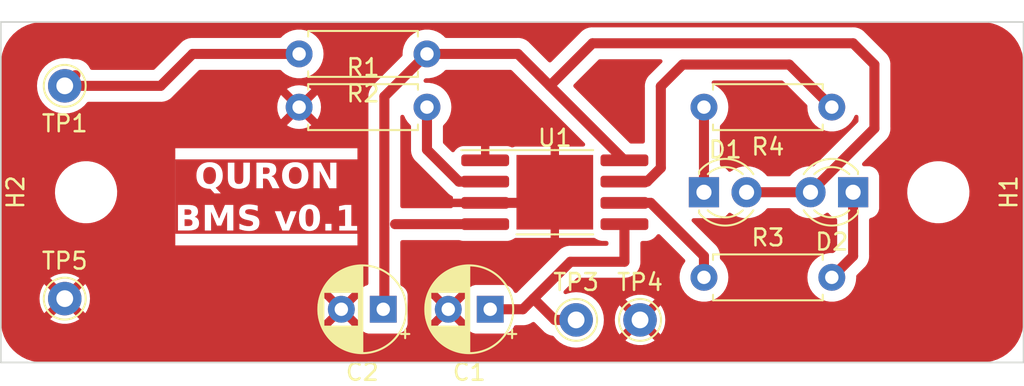
<source format=kicad_pcb>
(kicad_pcb (version 20221018) (generator pcbnew)
  (layers (0 "F.Cu" signal) (31 "B.Cu" signal) (34 "B.Paste" user) (35 "F.Paste" user) (36 "B.SilkS" user "B.Silkscreen") (37 "F.SilkS" user "F.Silkscreen") (38 "B.Mask" user) (39 "F.Mask" user) (44 "Edge.Cuts" user))
  (net 0 "")
  (net 1 "Net-(BT1-+)")
  (net 2 "GND")
  (net 3 "Net-(D1-K)")
  (net 4 "Net-(D2-K)")
  (net 5 "Net-(U1-PROG)")
  (net 6 "Net-(R2-Pad2)")
  (net 7 "Net-(U1-~{STDBY})")
  (net 8 "Net-(U1-~{CHRG})")
  (net 9 "/5V")
  (footprint "Connector_Pin:Pin_D1.0mm_L10.0mm" (layer "F.Cu") (at 166.37 147.32 180)
    (fp_text reference "TP3" (at 0 2.25) (layer "F.SilkS"))
    (fp_text value "Batt_Conn+")
    (fp_circle (center 0 0) (end 1.25 0.05) (stroke (width 0.12)) (fill none) (layer "F.SilkS"))
    (pad "1" thru_hole circle (at 0 0 180) (size 2 2) (drill 1) (layers "*.Cu" "*.Mask") (net 1 "Net-(BT1-+)"))
  )
  (footprint "Resistor_THT:R_Axial_DIN0207_L6.3mm_D2.5mm_P7.62mm_Horizontal" (layer "F.Cu") (at 181.61 134.62 180)
    (fp_text reference "R4" (at 3.81 -2.37 180) (layer "F.SilkS"))
    (fp_text value "1k")
    (fp_line (start 0.54 -1.37) (end 7.08 -1.37) (stroke (width 0.12)) (layer "F.SilkS"))
    (fp_line (start 0.54 -1.04) (end 0.54 -1.37) (stroke (width 0.12)) (layer "F.SilkS"))
    (fp_line (start 0.54 1.04) (end 0.54 1.37) (stroke (width 0.12)) (layer "F.SilkS"))
    (fp_line (start 0.54 1.37) (end 7.08 1.37) (stroke (width 0.12)) (layer "F.SilkS"))
    (fp_line (start 7.08 -1.37) (end 7.08 -1.04) (stroke (width 0.12)) (layer "F.SilkS"))
    (fp_line (start 7.08 1.37) (end 7.08 1.04) (stroke (width 0.12)) (layer "F.SilkS"))
    (pad "1" thru_hole circle (at 0 0 180) (size 1.6 1.6) (drill 0.8) (layers "*.Cu" "*.Mask") (net 8 "Net-(U1-~{CHRG})"))
    (pad "2" thru_hole oval (at 7.62 0 180) (size 1.6 1.6) (drill 0.8) (layers "*.Cu" "*.Mask") (net 3 "Net-(D1-K)"))
  )
  (footprint "Capacitor_THT:CP_Radial_D5.0mm_P2.50mm" (layer "F.Cu") (at 161.25 146.685 180)
    (fp_text reference "C1" (at 1.25 -3.75) (layer "F.SilkS"))
    (fp_text value "10uF")
    (fp_line (start -1.554775 -1.475) (end -1.054775 -1.475) (stroke (width 0.12)) (layer "F.SilkS"))
    (fp_line (start -1.304775 -1.725) (end -1.304775 -1.225) (stroke (width 0.12)) (layer "F.SilkS"))
    (fp_line (start 1.25 -2.58) (end 1.25 2.58) (stroke (width 0.12)) (layer "F.SilkS"))
    (fp_line (start 1.29 -2.58) (end 1.29 2.58) (stroke (width 0.12)) (layer "F.SilkS"))
    (fp_line (start 1.33 -2.579) (end 1.33 2.579) (stroke (width 0.12)) (layer "F.SilkS"))
    (fp_line (start 1.37 -2.578) (end 1.37 2.578) (stroke (width 0.12)) (layer "F.SilkS"))
    (fp_line (start 1.41 -2.576) (end 1.41 2.576) (stroke (width 0.12)) (layer "F.SilkS"))
    (fp_line (start 1.45 -2.573) (end 1.45 2.573) (stroke (width 0.12)) (layer "F.SilkS"))
    (fp_line (start 1.49 -2.569) (end 1.49 -1.04) (stroke (width 0.12)) (layer "F.SilkS"))
    (fp_line (start 1.49 1.04) (end 1.49 2.569) (stroke (width 0.12)) (layer "F.SilkS"))
    (fp_line (start 1.53 -2.565) (end 1.53 -1.04) (stroke (width 0.12)) (layer "F.SilkS"))
    (fp_line (start 1.53 1.04) (end 1.53 2.565) (stroke (width 0.12)) (layer "F.SilkS"))
    (fp_line (start 1.57 -2.561) (end 1.57 -1.04) (stroke (width 0.12)) (layer "F.SilkS"))
    (fp_line (start 1.57 1.04) (end 1.57 2.561) (stroke (width 0.12)) (layer "F.SilkS"))
    (fp_line (start 1.61 -2.556) (end 1.61 -1.04) (stroke (width 0.12)) (layer "F.SilkS"))
    (fp_line (start 1.61 1.04) (end 1.61 2.556) (stroke (width 0.12)) (layer "F.SilkS"))
    (fp_line (start 1.65 -2.55) (end 1.65 -1.04) (stroke (width 0.12)) (layer "F.SilkS"))
    (fp_line (start 1.65 1.04) (end 1.65 2.55) (stroke (width 0.12)) (layer "F.SilkS"))
    (fp_line (start 1.69 -2.543) (end 1.69 -1.04) (stroke (width 0.12)) (layer "F.SilkS"))
    (fp_line (start 1.69 1.04) (end 1.69 2.543) (stroke (width 0.12)) (layer "F.SilkS"))
    (fp_line (start 1.73 -2.536) (end 1.73 -1.04) (stroke (width 0.12)) (layer "F.SilkS"))
    (fp_line (start 1.73 1.04) (end 1.73 2.536) (stroke (width 0.12)) (layer "F.SilkS"))
    (fp_line (start 1.77 -2.528) (end 1.77 -1.04) (stroke (width 0.12)) (layer "F.SilkS"))
    (fp_line (start 1.77 1.04) (end 1.77 2.528) (stroke (width 0.12)) (layer "F.SilkS"))
    (fp_line (start 1.81 -2.52) (end 1.81 -1.04) (stroke (width 0.12)) (layer "F.SilkS"))
    (fp_line (start 1.81 1.04) (end 1.81 2.52) (stroke (width 0.12)) (layer "F.SilkS"))
    (fp_line (start 1.85 -2.511) (end 1.85 -1.04) (stroke (width 0.12)) (layer "F.SilkS"))
    (fp_line (start 1.85 1.04) (end 1.85 2.511) (stroke (width 0.12)) (layer "F.SilkS"))
    (fp_line (start 1.89 -2.501) (end 1.89 -1.04) (stroke (width 0.12)) (layer "F.SilkS"))
    (fp_line (start 1.89 1.04) (end 1.89 2.501) (stroke (width 0.12)) (layer "F.SilkS"))
    (fp_line (start 1.93 -2.491) (end 1.93 -1.04) (stroke (width 0.12)) (layer "F.SilkS"))
    (fp_line (start 1.93 1.04) (end 1.93 2.491) (stroke (width 0.12)) (layer "F.SilkS"))
    (fp_line (start 1.971 -2.48) (end 1.971 -1.04) (stroke (width 0.12)) (layer "F.SilkS"))
    (fp_line (start 1.971 1.04) (end 1.971 2.48) (stroke (width 0.12)) (layer "F.SilkS"))
    (fp_line (start 2.011 -2.468) (end 2.011 -1.04) (stroke (width 0.12)) (layer "F.SilkS"))
    (fp_line (start 2.011 1.04) (end 2.011 2.468) (stroke (width 0.12)) (layer "F.SilkS"))
    (fp_line (start 2.051 -2.455) (end 2.051 -1.04) (stroke (width 0.12)) (layer "F.SilkS"))
    (fp_line (start 2.051 1.04) (end 2.051 2.455) (stroke (width 0.12)) (layer "F.SilkS"))
    (fp_line (start 2.091 -2.442) (end 2.091 -1.04) (stroke (width 0.12)) (layer "F.SilkS"))
    (fp_line (start 2.091 1.04) (end 2.091 2.442) (stroke (width 0.12)) (layer "F.SilkS"))
    (fp_line (start 2.131 -2.428) (end 2.131 -1.04) (stroke (width 0.12)) (layer "F.SilkS"))
    (fp_line (start 2.131 1.04) (end 2.131 2.428) (stroke (width 0.12)) (layer "F.SilkS"))
    (fp_line (start 2.171 -2.414) (end 2.171 -1.04) (stroke (width 0.12)) (layer "F.SilkS"))
    (fp_line (start 2.171 1.04) (end 2.171 2.414) (stroke (width 0.12)) (layer "F.SilkS"))
    (fp_line (start 2.211 -2.398) (end 2.211 -1.04) (stroke (width 0.12)) (layer "F.SilkS"))
    (fp_line (start 2.211 1.04) (end 2.211 2.398) (stroke (width 0.12)) (layer "F.SilkS"))
    (fp_line (start 2.251 -2.382) (end 2.251 -1.04) (stroke (width 0.12)) (layer "F.SilkS"))
    (fp_line (start 2.251 1.04) (end 2.251 2.382) (stroke (width 0.12)) (layer "F.SilkS"))
    (fp_line (start 2.291 -2.365) (end 2.291 -1.04) (stroke (width 0.12)) (layer "F.SilkS"))
    (fp_line (start 2.291 1.04) (end 2.291 2.365) (stroke (width 0.12)) (layer "F.SilkS"))
    (fp_line (start 2.331 -2.348) (end 2.331 -1.04) (stroke (width 0.12)) (layer "F.SilkS"))
    (fp_line (start 2.331 1.04) (end 2.331 2.348) (stroke (width 0.12)) (layer "F.SilkS"))
    (fp_line (start 2.371 -2.329) (end 2.371 -1.04) (stroke (width 0.12)) (layer "F.SilkS"))
    (fp_line (start 2.371 1.04) (end 2.371 2.329) (stroke (width 0.12)) (layer "F.SilkS"))
    (fp_line (start 2.411 -2.31) (end 2.411 -1.04) (stroke (width 0.12)) (layer "F.SilkS"))
    (fp_line (start 2.411 1.04) (end 2.411 2.31) (stroke (width 0.12)) (layer "F.SilkS"))
    (fp_line (start 2.451 -2.29) (end 2.451 -1.04) (stroke (width 0.12)) (layer "F.SilkS"))
    (fp_line (start 2.451 1.04) (end 2.451 2.29) (stroke (width 0.12)) (layer "F.SilkS"))
    (fp_line (start 2.491 -2.268) (end 2.491 -1.04) (stroke (width 0.12)) (layer "F.SilkS"))
    (fp_line (start 2.491 1.04) (end 2.491 2.268) (stroke (width 0.12)) (layer "F.SilkS"))
    (fp_line (start 2.531 -2.247) (end 2.531 -1.04) (stroke (width 0.12)) (layer "F.SilkS"))
    (fp_line (start 2.531 1.04) (end 2.531 2.247) (stroke (width 0.12)) (layer "F.SilkS"))
    (fp_line (start 2.571 -2.224) (end 2.571 -1.04) (stroke (width 0.12)) (layer "F.SilkS"))
    (fp_line (start 2.571 1.04) (end 2.571 2.224) (stroke (width 0.12)) (layer "F.SilkS"))
    (fp_line (start 2.611 -2.2) (end 2.611 -1.04) (stroke (width 0.12)) (layer "F.SilkS"))
    (fp_line (start 2.611 1.04) (end 2.611 2.2) (stroke (width 0.12)) (layer "F.SilkS"))
    (fp_line (start 2.651 -2.175) (end 2.651 -1.04) (stroke (width 0.12)) (layer "F.SilkS"))
    (fp_line (start 2.651 1.04) (end 2.651 2.175) (stroke (width 0.12)) (layer "F.SilkS"))
    (fp_line (start 2.691 -2.149) (end 2.691 -1.04) (stroke (width 0.12)) (layer "F.SilkS"))
    (fp_line (start 2.691 1.04) (end 2.691 2.149) (stroke (width 0.12)) (layer "F.SilkS"))
    (fp_line (start 2.731 -2.122) (end 2.731 -1.04) (stroke (width 0.12)) (layer "F.SilkS"))
    (fp_line (start 2.731 1.04) (end 2.731 2.122) (stroke (width 0.12)) (layer "F.SilkS"))
    (fp_line (start 2.771 -2.095) (end 2.771 -1.04) (stroke (width 0.12)) (layer "F.SilkS"))
    (fp_line (start 2.771 1.04) (end 2.771 2.095) (stroke (width 0.12)) (layer "F.SilkS"))
    (fp_line (start 2.811 -2.065) (end 2.811 -1.04) (stroke (width 0.12)) (layer "F.SilkS"))
    (fp_line (start 2.811 1.04) (end 2.811 2.065) (stroke (width 0.12)) (layer "F.SilkS"))
    (fp_line (start 2.851 -2.035) (end 2.851 -1.04) (stroke (width 0.12)) (layer "F.SilkS"))
    (fp_line (start 2.851 1.04) (end 2.851 2.035) (stroke (width 0.12)) (layer "F.SilkS"))
    (fp_line (start 2.891 -2.004) (end 2.891 -1.04) (stroke (width 0.12)) (layer "F.SilkS"))
    (fp_line (start 2.891 1.04) (end 2.891 2.004) (stroke (width 0.12)) (layer "F.SilkS"))
    (fp_line (start 2.931 -1.971) (end 2.931 -1.04) (stroke (width 0.12)) (layer "F.SilkS"))
    (fp_line (start 2.931 1.04) (end 2.931 1.971) (stroke (width 0.12)) (layer "F.SilkS"))
    (fp_line (start 2.971 -1.937) (end 2.971 -1.04) (stroke (width 0.12)) (layer "F.SilkS"))
    (fp_line (start 2.971 1.04) (end 2.971 1.937) (stroke (width 0.12)) (layer "F.SilkS"))
    (fp_line (start 3.011 -1.901) (end 3.011 -1.04) (stroke (width 0.12)) (layer "F.SilkS"))
    (fp_line (start 3.011 1.04) (end 3.011 1.901) (stroke (width 0.12)) (layer "F.SilkS"))
    (fp_line (start 3.051 -1.864) (end 3.051 -1.04) (stroke (width 0.12)) (layer "F.SilkS"))
    (fp_line (start 3.051 1.04) (end 3.051 1.864) (stroke (width 0.12)) (layer "F.SilkS"))
    (fp_line (start 3.091 -1.826) (end 3.091 -1.04) (stroke (width 0.12)) (layer "F.SilkS"))
    (fp_line (start 3.091 1.04) (end 3.091 1.826) (stroke (width 0.12)) (layer "F.SilkS"))
    (fp_line (start 3.131 -1.785) (end 3.131 -1.04) (stroke (width 0.12)) (layer "F.SilkS"))
    (fp_line (start 3.131 1.04) (end 3.131 1.785) (stroke (width 0.12)) (layer "F.SilkS"))
    (fp_line (start 3.171 -1.743) (end 3.171 -1.04) (stroke (width 0.12)) (layer "F.SilkS"))
    (fp_line (start 3.171 1.04) (end 3.171 1.743) (stroke (width 0.12)) (layer "F.SilkS"))
    (fp_line (start 3.211 -1.699) (end 3.211 -1.04) (stroke (width 0.12)) (layer "F.SilkS"))
    (fp_line (start 3.211 1.04) (end 3.211 1.699) (stroke (width 0.12)) (layer "F.SilkS"))
    (fp_line (start 3.251 -1.653) (end 3.251 -1.04) (stroke (width 0.12)) (layer "F.SilkS"))
    (fp_line (start 3.251 1.04) (end 3.251 1.653) (stroke (width 0.12)) (layer "F.SilkS"))
    (fp_line (start 3.291 -1.605) (end 3.291 -1.04) (stroke (width 0.12)) (layer "F.SilkS"))
    (fp_line (start 3.291 1.04) (end 3.291 1.605) (stroke (width 0.12)) (layer "F.SilkS"))
    (fp_line (start 3.331 -1.554) (end 3.331 -1.04) (stroke (width 0.12)) (layer "F.SilkS"))
    (fp_line (start 3.331 1.04) (end 3.331 1.554) (stroke (width 0.12)) (layer "F.SilkS"))
    (fp_line (start 3.371 -1.5) (end 3.371 -1.04) (stroke (width 0.12)) (layer "F.SilkS"))
    (fp_line (start 3.371 1.04) (end 3.371 1.5) (stroke (width 0.12)) (layer "F.SilkS"))
    (fp_line (start 3.411 -1.443) (end 3.411 -1.04) (stroke (width 0.12)) (layer "F.SilkS"))
    (fp_line (start 3.411 1.04) (end 3.411 1.443) (stroke (width 0.12)) (layer "F.SilkS"))
    (fp_line (start 3.451 -1.383) (end 3.451 -1.04) (stroke (width 0.12)) (layer "F.SilkS"))
    (fp_line (start 3.451 1.04) (end 3.451 1.383) (stroke (width 0.12)) (layer "F.SilkS"))
    (fp_line (start 3.491 -1.319) (end 3.491 -1.04) (stroke (width 0.12)) (layer "F.SilkS"))
    (fp_line (start 3.491 1.04) (end 3.491 1.319) (stroke (width 0.12)) (layer "F.SilkS"))
    (fp_line (start 3.531 -1.251) (end 3.531 -1.04) (stroke (width 0.12)) (layer "F.SilkS"))
    (fp_line (start 3.531 1.04) (end 3.531 1.251) (stroke (width 0.12)) (layer "F.SilkS"))
    (fp_line (start 3.571 -1.178) (end 3.571 1.178) (stroke (width 0.12)) (layer "F.SilkS"))
    (fp_line (start 3.611 -1.098) (end 3.611 1.098) (stroke (width 0.12)) (layer "F.SilkS"))
    (fp_line (start 3.651 -1.011) (end 3.651 1.011) (stroke (width 0.12)) (layer "F.SilkS"))
    (fp_line (start 3.691 -0.915) (end 3.691 0.915) (stroke (width 0.12)) (layer "F.SilkS"))
    (fp_line (start 3.731 -0.805) (end 3.731 0.805) (stroke (width 0.12)) (layer "F.SilkS"))
    (fp_line (start 3.771 -0.677) (end 3.771 0.677) (stroke (width 0.12)) (layer "F.SilkS"))
    (fp_line (start 3.811 -0.518) (end 3.811 0.518) (stroke (width 0.12)) (layer "F.SilkS"))
    (fp_line (start 3.851 -0.284) (end 3.851 0.284) (stroke (width 0.12)) (layer "F.SilkS"))
    (fp_circle (center 1.25 0) (end 3.87 0) (stroke (width 0.12)) (fill none) (layer "F.SilkS"))
    (pad "1" thru_hole rect (at 0 0 180) (size 1.6 1.6) (drill 0.8) (layers "*.Cu" "*.Mask") (net 1 "Net-(BT1-+)"))
    (pad "2" thru_hole circle (at 2.5 0 180) (size 1.6 1.6) (drill 0.8) (layers "*.Cu" "*.Mask") (net 2 "GND"))
  )
  (footprint "Package_SO:SOP-8-1EP_4.57x4.57mm_P1.27mm_EP4.57x4.45mm" (layer "F.Cu") (at 165.1 139.7)
    (fp_text reference "U1" (at 0 -3.24) (layer "F.SilkS"))
    (fp_text value "~")
    (fp_line (start 0 -2.515) (end -5.575 -2.515) (stroke (width 0.12)) (layer "F.SilkS"))
    (fp_line (start 0 -2.515) (end 2.285 -2.515) (stroke (width 0.12)) (layer "F.SilkS"))
    (fp_line (start 0 2.515) (end -2.285 2.515) (stroke (width 0.12)) (layer "F.SilkS"))
    (fp_line (start 0 2.515) (end 2.285 2.515) (stroke (width 0.12)) (layer "F.SilkS"))
    (pad "1" smd roundrect (at -4.15 -1.905) (size 2.85 0.7) (layers "F.Cu" "F.Paste" "F.Mask") (net 2 "GND"))
    (pad "2" smd roundrect (at -4.15 -0.635) (size 2.85 0.7) (layers "F.Cu" "F.Paste" "F.Mask") (net 5 "Net-(U1-PROG)"))
    (pad "3" smd roundrect (at -4.15 0.635) (size 2.85 0.7) (layers "F.Cu" "F.Paste" "F.Mask") (net 2 "GND"))
    (pad "4" smd roundrect (at -4.15 1.905) (size 2.85 0.7) (layers "F.Cu" "F.Paste" "F.Mask") (net 9 "/5V"))
    (pad "5" smd roundrect (at 4.15 1.905) (size 2.85 0.7) (layers "F.Cu" "F.Paste" "F.Mask") (net 1 "Net-(BT1-+)"))
    (pad "6" smd roundrect (at 4.15 0.635) (size 2.85 0.7) (layers "F.Cu" "F.Paste" "F.Mask") (net 7 "Net-(U1-~{STDBY})"))
    (pad "7" smd roundrect (at 4.15 -0.635) (size 2.85 0.7) (layers "F.Cu" "F.Paste" "F.Mask") (net 8 "Net-(U1-~{CHRG})"))
    (pad "8" smd roundrect (at 4.15 -1.905) (size 2.85 0.7) (layers "F.Cu" "F.Paste" "F.Mask") (net 9 "/5V"))
    (pad "9" smd rect (at 0 0) (size 4.57 4.45) (layers "F.Cu" "F.Mask") (net 2 "GND"))
  )
  (footprint "Resistor_THT:R_Axial_DIN0207_L6.3mm_D2.5mm_P7.62mm_Horizontal" (layer "F.Cu") (at 149.86 134.62)
    (fp_text reference "R1" (at 3.81 -2.37) (layer "F.SilkS"))
    (fp_text value "1k")
    (fp_line (start 0.54 -1.37) (end 7.08 -1.37) (stroke (width 0.12)) (layer "F.SilkS"))
    (fp_line (start 0.54 -1.04) (end 0.54 -1.37) (stroke (width 0.12)) (layer "F.SilkS"))
    (fp_line (start 0.54 1.04) (end 0.54 1.37) (stroke (width 0.12)) (layer "F.SilkS"))
    (fp_line (start 0.54 1.37) (end 7.08 1.37) (stroke (width 0.12)) (layer "F.SilkS"))
    (fp_line (start 7.08 -1.37) (end 7.08 -1.04) (stroke (width 0.12)) (layer "F.SilkS"))
    (fp_line (start 7.08 1.37) (end 7.08 1.04) (stroke (width 0.12)) (layer "F.SilkS"))
    (pad "1" thru_hole circle (at 0 0) (size 1.6 1.6) (drill 0.8) (layers "*.Cu" "*.Mask") (net 2 "GND"))
    (pad "2" thru_hole oval (at 7.62 0) (size 1.6 1.6) (drill 0.8) (layers "*.Cu" "*.Mask") (net 5 "Net-(U1-PROG)"))
  )
  (footprint "Resistor_THT:R_Axial_DIN0207_L6.3mm_D2.5mm_P7.62mm_Horizontal" (layer "F.Cu") (at 173.99 144.78)
    (fp_text reference "R3" (at 3.81 -2.37) (layer "F.SilkS"))
    (fp_text value "1k")
    (fp_line (start 0.54 -1.37) (end 7.08 -1.37) (stroke (width 0.12)) (layer "F.SilkS"))
    (fp_line (start 0.54 -1.04) (end 0.54 -1.37) (stroke (width 0.12)) (layer "F.SilkS"))
    (fp_line (start 0.54 1.04) (end 0.54 1.37) (stroke (width 0.12)) (layer "F.SilkS"))
    (fp_line (start 0.54 1.37) (end 7.08 1.37) (stroke (width 0.12)) (layer "F.SilkS"))
    (fp_line (start 7.08 -1.37) (end 7.08 -1.04) (stroke (width 0.12)) (layer "F.SilkS"))
    (fp_line (start 7.08 1.37) (end 7.08 1.04) (stroke (width 0.12)) (layer "F.SilkS"))
    (pad "1" thru_hole circle (at 0 0) (size 1.6 1.6) (drill 0.8) (layers "*.Cu" "*.Mask") (net 7 "Net-(U1-~{STDBY})"))
    (pad "2" thru_hole oval (at 7.62 0) (size 1.6 1.6) (drill 0.8) (layers "*.Cu" "*.Mask") (net 4 "Net-(D2-K)"))
  )
  (footprint "LED_THT:LED_D3.0mm" (layer "F.Cu") (at 182.88 139.7 180)
    (fp_text reference "D2" (at 1.27 -2.96) (layer "F.SilkS"))
    (fp_text value "GRN")
    (fp_line (start -0.29 -1.236) (end -0.29 -1.08) (stroke (width 0.12)) (layer "F.SilkS"))
    (fp_line (start -0.29 1.08) (end -0.29 1.236) (stroke (width 0.12)) (layer "F.SilkS"))
    (fp_arc (start -0.29 -1.235516) (mid 1.366487 -1.987659) (end 2.942335 -1.078608) (stroke (width 0.12)) (layer "F.SilkS"))
    (fp_arc (start 0.229039 -1.08) (mid 1.270117 -1.5) (end 2.31113 -1.079837) (stroke (width 0.12)) (layer "F.SilkS"))
    (fp_arc (start 2.31113 1.079837) (mid 1.270117 1.5) (end 0.229039 1.08) (stroke (width 0.12)) (layer "F.SilkS"))
    (fp_arc (start 2.942335 1.078608) (mid 1.366487 1.987659) (end -0.29 1.235516) (stroke (width 0.12)) (layer "F.SilkS"))
    (pad "1" thru_hole rect (at 0 0 180) (size 1.8 1.8) (drill 0.9) (layers "*.Cu" "*.Mask") (net 4 "Net-(D2-K)"))
    (pad "2" thru_hole circle (at 2.54 0 180) (size 1.8 1.8) (drill 0.9) (layers "*.Cu" "*.Mask") (net 9 "/5V"))
  )
  (footprint "Resistor_THT:R_Axial_DIN0207_L6.3mm_D2.5mm_P7.62mm_Horizontal" (layer "F.Cu") (at 157.48 131.445 180)
    (fp_text reference "R2" (at 3.81 -2.37 180) (layer "F.SilkS"))
    (fp_text value "R_US")
    (fp_line (start 0.54 -1.37) (end 7.08 -1.37) (stroke (width 0.12)) (layer "F.SilkS"))
    (fp_line (start 0.54 -1.04) (end 0.54 -1.37) (stroke (width 0.12)) (layer "F.SilkS"))
    (fp_line (start 0.54 1.04) (end 0.54 1.37) (stroke (width 0.12)) (layer "F.SilkS"))
    (fp_line (start 0.54 1.37) (end 7.08 1.37) (stroke (width 0.12)) (layer "F.SilkS"))
    (fp_line (start 7.08 -1.37) (end 7.08 -1.04) (stroke (width 0.12)) (layer "F.SilkS"))
    (fp_line (start 7.08 1.37) (end 7.08 1.04) (stroke (width 0.12)) (layer "F.SilkS"))
    (pad "1" thru_hole circle (at 0 0 180) (size 1.6 1.6) (drill 0.8) (layers "*.Cu" "*.Mask") (net 9 "/5V"))
    (pad "2" thru_hole oval (at 7.62 0 180) (size 1.6 1.6) (drill 0.8) (layers "*.Cu" "*.Mask") (net 6 "Net-(R2-Pad2)"))
  )
  (footprint "LED_THT:LED_D3.0mm" (layer "F.Cu") (at 173.99 139.7)
    (fp_text reference "D1" (at 1.27 -2.54) (layer "F.SilkS"))
    (fp_text value "RED")
    (fp_line (start -0.29 -1.236) (end -0.29 -1.08) (stroke (width 0.12)) (layer "F.SilkS"))
    (fp_line (start -0.29 1.08) (end -0.29 1.236) (stroke (width 0.12)) (layer "F.SilkS"))
    (fp_arc (start -0.29 -1.235516) (mid 1.366487 -1.987659) (end 2.942335 -1.078608) (stroke (width 0.12)) (layer "F.SilkS"))
    (fp_arc (start 0.229039 -1.08) (mid 1.270117 -1.5) (end 2.31113 -1.079837) (stroke (width 0.12)) (layer "F.SilkS"))
    (fp_arc (start 2.31113 1.079837) (mid 1.270117 1.5) (end 0.229039 1.08) (stroke (width 0.12)) (layer "F.SilkS"))
    (fp_arc (start 2.942335 1.078608) (mid 1.366487 1.987659) (end -0.29 1.235516) (stroke (width 0.12)) (layer "F.SilkS"))
    (pad "1" thru_hole rect (at 0 0) (size 1.8 1.8) (drill 0.9) (layers "*.Cu" "*.Mask") (net 3 "Net-(D1-K)"))
    (pad "2" thru_hole circle (at 2.54 0) (size 1.8 1.8) (drill 0.9) (layers "*.Cu" "*.Mask") (net 9 "/5V"))
  )
  (footprint "Connector_Pin:Pin_D1.0mm_L10.0mm" (layer "F.Cu") (at 170.18 147.32 180)
    (fp_text reference "TP4" (at 0 2.25) (layer "F.SilkS"))
    (fp_text value "Batt_Pad-")
    (fp_circle (center 0 0) (end 1.25 0.05) (stroke (width 0.12)) (fill none) (layer "F.SilkS"))
    (pad "1" thru_hole circle (at 0 0 180) (size 2 2) (drill 1) (layers "*.Cu" "*.Mask") (net 2 "GND"))
  )
  (footprint "MountingHole:MountingHole_3.2mm_M3" (layer "F.Cu") (at 137.16 139.7 90)
    (fp_text reference "H2" (at 0 -4.2 90) (layer "F.SilkS"))
    (fp_text value "MountingHole")
    (pad "" np_thru_hole circle (at 0 0 90) (size 3.2 3.2) (drill 3.2) (layers "*.Cu" "*.Mask"))
  )
  (footprint "MountingHole:MountingHole_3.2mm_M3" (layer "F.Cu") (at 187.96 139.7 -90)
    (fp_text reference "H1" (at 0 -4.2 90) (layer "F.SilkS"))
    (fp_text value "MountingHole")
    (pad "" np_thru_hole circle (at 0 0 270) (size 3.2 3.2) (drill 3.2) (layers "*.Cu" "*.Mask"))
  )
  (footprint "Connector_Pin:Pin_D1.0mm_L10.0mm" (layer "F.Cu") (at 135.89 146.05 180)
    (fp_text reference "TP5" (at 0 2.25) (layer "F.SilkS"))
    (fp_text value "GND_Pad")
    (fp_circle (center 0 0) (end 1.25 0.05) (stroke (width 0.12)) (fill none) (layer "F.SilkS"))
    (pad "1" thru_hole circle (at 0 0 180) (size 2 2) (drill 1) (layers "*.Cu" "*.Mask") (net 2 "GND"))
  )
  (footprint "Capacitor_THT:CP_Radial_D5.0mm_P2.50mm" (layer "F.Cu") (at 154.875113 146.685 180)
    (fp_text reference "C2" (at 1.25 -3.75) (layer "F.SilkS"))
    (fp_text value "10uF")
    (fp_line (start -1.554775 -1.475) (end -1.054775 -1.475) (stroke (width 0.12)) (layer "F.SilkS"))
    (fp_line (start -1.304775 -1.725) (end -1.304775 -1.225) (stroke (width 0.12)) (layer "F.SilkS"))
    (fp_line (start 1.25 -2.58) (end 1.25 2.58) (stroke (width 0.12)) (layer "F.SilkS"))
    (fp_line (start 1.29 -2.58) (end 1.29 2.58) (stroke (width 0.12)) (layer "F.SilkS"))
    (fp_line (start 1.33 -2.579) (end 1.33 2.579) (stroke (width 0.12)) (layer "F.SilkS"))
    (fp_line (start 1.37 -2.578) (end 1.37 2.578) (stroke (width 0.12)) (layer "F.SilkS"))
    (fp_line (start 1.41 -2.576) (end 1.41 2.576) (stroke (width 0.12)) (layer "F.SilkS"))
    (fp_line (start 1.45 -2.573) (end 1.45 2.573) (stroke (width 0.12)) (layer "F.SilkS"))
    (fp_line (start 1.49 -2.569) (end 1.49 -1.04) (stroke (width 0.12)) (layer "F.SilkS"))
    (fp_line (start 1.49 1.04) (end 1.49 2.569) (stroke (width 0.12)) (layer "F.SilkS"))
    (fp_line (start 1.53 -2.565) (end 1.53 -1.04) (stroke (width 0.12)) (layer "F.SilkS"))
    (fp_line (start 1.53 1.04) (end 1.53 2.565) (stroke (width 0.12)) (layer "F.SilkS"))
    (fp_line (start 1.57 -2.561) (end 1.57 -1.04) (stroke (width 0.12)) (layer "F.SilkS"))
    (fp_line (start 1.57 1.04) (end 1.57 2.561) (stroke (width 0.12)) (layer "F.SilkS"))
    (fp_line (start 1.61 -2.556) (end 1.61 -1.04) (stroke (width 0.12)) (layer "F.SilkS"))
    (fp_line (start 1.61 1.04) (end 1.61 2.556) (stroke (width 0.12)) (layer "F.SilkS"))
    (fp_line (start 1.65 -2.55) (end 1.65 -1.04) (stroke (width 0.12)) (layer "F.SilkS"))
    (fp_line (start 1.65 1.04) (end 1.65 2.55) (stroke (width 0.12)) (layer "F.SilkS"))
    (fp_line (start 1.69 -2.543) (end 1.69 -1.04) (stroke (width 0.12)) (layer "F.SilkS"))
    (fp_line (start 1.69 1.04) (end 1.69 2.543) (stroke (width 0.12)) (layer "F.SilkS"))
    (fp_line (start 1.73 -2.536) (end 1.73 -1.04) (stroke (width 0.12)) (layer "F.SilkS"))
    (fp_line (start 1.73 1.04) (end 1.73 2.536) (stroke (width 0.12)) (layer "F.SilkS"))
    (fp_line (start 1.77 -2.528) (end 1.77 -1.04) (stroke (width 0.12)) (layer "F.SilkS"))
    (fp_line (start 1.77 1.04) (end 1.77 2.528) (stroke (width 0.12)) (layer "F.SilkS"))
    (fp_line (start 1.81 -2.52) (end 1.81 -1.04) (stroke (width 0.12)) (layer "F.SilkS"))
    (fp_line (start 1.81 1.04) (end 1.81 2.52) (stroke (width 0.12)) (layer "F.SilkS"))
    (fp_line (start 1.85 -2.511) (end 1.85 -1.04) (stroke (width 0.12)) (layer "F.SilkS"))
    (fp_line (start 1.85 1.04) (end 1.85 2.511) (stroke (width 0.12)) (layer "F.SilkS"))
    (fp_line (start 1.89 -2.501) (end 1.89 -1.04) (stroke (width 0.12)) (layer "F.SilkS"))
    (fp_line (start 1.89 1.04) (end 1.89 2.501) (stroke (width 0.12)) (layer "F.SilkS"))
    (fp_line (start 1.93 -2.491) (end 1.93 -1.04) (stroke (width 0.12)) (layer "F.SilkS"))
    (fp_line (start 1.93 1.04) (end 1.93 2.491) (stroke (width 0.12)) (layer "F.SilkS"))
    (fp_line (start 1.971 -2.48) (end 1.971 -1.04) (stroke (width 0.12)) (layer "F.SilkS"))
    (fp_line (start 1.971 1.04) (end 1.971 2.48) (stroke (width 0.12)) (layer "F.SilkS"))
    (fp_line (start 2.011 -2.468) (end 2.011 -1.04) (stroke (width 0.12)) (layer "F.SilkS"))
    (fp_line (start 2.011 1.04) (end 2.011 2.468) (stroke (width 0.12)) (layer "F.SilkS"))
    (fp_line (start 2.051 -2.455) (end 2.051 -1.04) (stroke (width 0.12)) (layer "F.SilkS"))
    (fp_line (start 2.051 1.04) (end 2.051 2.455) (stroke (width 0.12)) (layer "F.SilkS"))
    (fp_line (start 2.091 -2.442) (end 2.091 -1.04) (stroke (width 0.12)) (layer "F.SilkS"))
    (fp_line (start 2.091 1.04) (end 2.091 2.442) (stroke (width 0.12)) (layer "F.SilkS"))
    (fp_line (start 2.131 -2.428) (end 2.131 -1.04) (stroke (width 0.12)) (layer "F.SilkS"))
    (fp_line (start 2.131 1.04) (end 2.131 2.428) (stroke (width 0.12)) (layer "F.SilkS"))
    (fp_line (start 2.171 -2.414) (end 2.171 -1.04) (stroke (width 0.12)) (layer "F.SilkS"))
    (fp_line (start 2.171 1.04) (end 2.171 2.414) (stroke (width 0.12)) (layer "F.SilkS"))
    (fp_line (start 2.211 -2.398) (end 2.211 -1.04) (stroke (width 0.12)) (layer "F.SilkS"))
    (fp_line (start 2.211 1.04) (end 2.211 2.398) (stroke (width 0.12)) (layer "F.SilkS"))
    (fp_line (start 2.251 -2.382) (end 2.251 -1.04) (stroke (width 0.12)) (layer "F.SilkS"))
    (fp_line (start 2.251 1.04) (end 2.251 2.382) (stroke (width 0.12)) (layer "F.SilkS"))
    (fp_line (start 2.291 -2.365) (end 2.291 -1.04) (stroke (width 0.12)) (layer "F.SilkS"))
    (fp_line (start 2.291 1.04) (end 2.291 2.365) (stroke (width 0.12)) (layer "F.SilkS"))
    (fp_line (start 2.331 -2.348) (end 2.331 -1.04) (stroke (width 0.12)) (layer "F.SilkS"))
    (fp_line (start 2.331 1.04) (end 2.331 2.348) (stroke (width 0.12)) (layer "F.SilkS"))
    (fp_line (start 2.371 -2.329) (end 2.371 -1.04) (stroke (width 0.12)) (layer "F.SilkS"))
    (fp_line (start 2.371 1.04) (end 2.371 2.329) (stroke (width 0.12)) (layer "F.SilkS"))
    (fp_line (start 2.411 -2.31) (end 2.411 -1.04) (stroke (width 0.12)) (layer "F.SilkS"))
    (fp_line (start 2.411 1.04) (end 2.411 2.31) (stroke (width 0.12)) (layer "F.SilkS"))
    (fp_line (start 2.451 -2.29) (end 2.451 -1.04) (stroke (width 0.12)) (layer "F.SilkS"))
    (fp_line (start 2.451 1.04) (end 2.451 2.29) (stroke (width 0.12)) (layer "F.SilkS"))
    (fp_line (start 2.491 -2.268) (end 2.491 -1.04) (stroke (width 0.12)) (layer "F.SilkS"))
    (fp_line (start 2.491 1.04) (end 2.491 2.268) (stroke (width 0.12)) (layer "F.SilkS"))
    (fp_line (start 2.531 -2.247) (end 2.531 -1.04) (stroke (width 0.12)) (layer "F.SilkS"))
    (fp_line (start 2.531 1.04) (end 2.531 2.247) (stroke (width 0.12)) (layer "F.SilkS"))
    (fp_line (start 2.571 -2.224) (end 2.571 -1.04) (stroke (width 0.12)) (layer "F.SilkS"))
    (fp_line (start 2.571 1.04) (end 2.571 2.224) (stroke (width 0.12)) (layer "F.SilkS"))
    (fp_line (start 2.611 -2.2) (end 2.611 -1.04) (stroke (width 0.12)) (layer "F.SilkS"))
    (fp_line (start 2.611 1.04) (end 2.611 2.2) (stroke (width 0.12)) (layer "F.SilkS"))
    (fp_line (start 2.651 -2.175) (end 2.651 -1.04) (stroke (width 0.12)) (layer "F.SilkS"))
    (fp_line (start 2.651 1.04) (end 2.651 2.175) (stroke (width 0.12)) (layer "F.SilkS"))
    (fp_line (start 2.691 -2.149) (end 2.691 -1.04) (stroke (width 0.12)) (layer "F.SilkS"))
    (fp_line (start 2.691 1.04) (end 2.691 2.149) (stroke (width 0.12)) (layer "F.SilkS"))
    (fp_line (start 2.731 -2.122) (end 2.731 -1.04) (stroke (width 0.12)) (layer "F.SilkS"))
    (fp_line (start 2.731 1.04) (end 2.731 2.122) (stroke (width 0.12)) (layer "F.SilkS"))
    (fp_line (start 2.771 -2.095) (end 2.771 -1.04) (stroke (width 0.12)) (layer "F.SilkS"))
    (fp_line (start 2.771 1.04) (end 2.771 2.095) (stroke (width 0.12)) (layer "F.SilkS"))
    (fp_line (start 2.811 -2.065) (end 2.811 -1.04) (stroke (width 0.12)) (layer "F.SilkS"))
    (fp_line (start 2.811 1.04) (end 2.811 2.065) (stroke (width 0.12)) (layer "F.SilkS"))
    (fp_line (start 2.851 -2.035) (end 2.851 -1.04) (stroke (width 0.12)) (layer "F.SilkS"))
    (fp_line (start 2.851 1.04) (end 2.851 2.035) (stroke (width 0.12)) (layer "F.SilkS"))
    (fp_line (start 2.891 -2.004) (end 2.891 -1.04) (stroke (width 0.12)) (layer "F.SilkS"))
    (fp_line (start 2.891 1.04) (end 2.891 2.004) (stroke (width 0.12)) (layer "F.SilkS"))
    (fp_line (start 2.931 -1.971) (end 2.931 -1.04) (stroke (width 0.12)) (layer "F.SilkS"))
    (fp_line (start 2.931 1.04) (end 2.931 1.971) (stroke (width 0.12)) (layer "F.SilkS"))
    (fp_line (start 2.971 -1.937) (end 2.971 -1.04) (stroke (width 0.12)) (layer "F.SilkS"))
    (fp_line (start 2.971 1.04) (end 2.971 1.937) (stroke (width 0.12)) (layer "F.SilkS"))
    (fp_line (start 3.011 -1.901) (end 3.011 -1.04) (stroke (width 0.12)) (layer "F.SilkS"))
    (fp_line (start 3.011 1.04) (end 3.011 1.901) (stroke (width 0.12)) (layer "F.SilkS"))
    (fp_line (start 3.051 -1.864) (end 3.051 -1.04) (stroke (width 0.12)) (layer "F.SilkS"))
    (fp_line (start 3.051 1.04) (end 3.051 1.864) (stroke (width 0.12)) (layer "F.SilkS"))
    (fp_line (start 3.091 -1.826) (end 3.091 -1.04) (stroke (width 0.12)) (layer "F.SilkS"))
    (fp_line (start 3.091 1.04) (end 3.091 1.826) (stroke (width 0.12)) (layer "F.SilkS"))
    (fp_line (start 3.131 -1.785) (end 3.131 -1.04) (stroke (width 0.12)) (layer "F.SilkS"))
    (fp_line (start 3.131 1.04) (end 3.131 1.785) (stroke (width 0.12)) (layer "F.SilkS"))
    (fp_line (start 3.171 -1.743) (end 3.171 -1.04) (stroke (width 0.12)) (layer "F.SilkS"))
    (fp_line (start 3.171 1.04) (end 3.171 1.743) (stroke (width 0.12)) (layer "F.SilkS"))
    (fp_line (start 3.211 -1.699) (end 3.211 -1.04) (stroke (width 0.12)) (layer "F.SilkS"))
    (fp_line (start 3.211 1.04) (end 3.211 1.699) (stroke (width 0.12)) (layer "F.SilkS"))
    (fp_line (start 3.251 -1.653) (end 3.251 -1.04) (stroke (width 0.12)) (layer "F.SilkS"))
    (fp_line (start 3.251 1.04) (end 3.251 1.653) (stroke (width 0.12)) (layer "F.SilkS"))
    (fp_line (start 3.291 -1.605) (end 3.291 -1.04) (stroke (width 0.12)) (layer "F.SilkS"))
    (fp_line (start 3.291 1.04) (end 3.291 1.605) (stroke (width 0.12)) (layer "F.SilkS"))
    (fp_line (start 3.331 -1.554) (end 3.331 -1.04) (stroke (width 0.12)) (layer "F.SilkS"))
    (fp_line (start 3.331 1.04) (end 3.331 1.554) (stroke (width 0.12)) (layer "F.SilkS"))
    (fp_line (start 3.371 -1.5) (end 3.371 -1.04) (stroke (width 0.12)) (layer "F.SilkS"))
    (fp_line (start 3.371 1.04) (end 3.371 1.5) (stroke (width 0.12)) (layer "F.SilkS"))
    (fp_line (start 3.411 -1.443) (end 3.411 -1.04) (stroke (width 0.12)) (layer "F.SilkS"))
    (fp_line (start 3.411 1.04) (end 3.411 1.443) (stroke (width 0.12)) (layer "F.SilkS"))
    (fp_line (start 3.451 -1.383) (end 3.451 -1.04) (stroke (width 0.12)) (layer "F.SilkS"))
    (fp_line (start 3.451 1.04) (end 3.451 1.383) (stroke (width 0.12)) (layer "F.SilkS"))
    (fp_line (start 3.491 -1.319) (end 3.491 -1.04) (stroke (width 0.12)) (layer "F.SilkS"))
    (fp_line (start 3.491 1.04) (end 3.491 1.319) (stroke (width 0.12)) (layer "F.SilkS"))
    (fp_line (start 3.531 -1.251) (end 3.531 -1.04) (stroke (width 0.12)) (layer "F.SilkS"))
    (fp_line (start 3.531 1.04) (end 3.531 1.251) (stroke (width 0.12)) (layer "F.SilkS"))
    (fp_line (start 3.571 -1.178) (end 3.571 1.178) (stroke (width 0.12)) (layer "F.SilkS"))
    (fp_line (start 3.611 -1.098) (end 3.611 1.098) (stroke (width 0.12)) (layer "F.SilkS"))
    (fp_line (start 3.651 -1.011) (end 3.651 1.011) (stroke (width 0.12)) (layer "F.SilkS"))
    (fp_line (start 3.691 -0.915) (end 3.691 0.915) (stroke (width 0.12)) (layer "F.SilkS"))
    (fp_line (start 3.731 -0.805) (end 3.731 0.805) (stroke (width 0.12)) (layer "F.SilkS"))
    (fp_line (start 3.771 -0.677) (end 3.771 0.677) (stroke (width 0.12)) (layer "F.SilkS"))
    (fp_line (start 3.811 -0.518) (end 3.811 0.518) (stroke (width 0.12)) (layer "F.SilkS"))
    (fp_line (start 3.851 -0.284) (end 3.851 0.284) (stroke (width 0.12)) (layer "F.SilkS"))
    (fp_circle (center 1.25 0) (end 3.87 0) (stroke (width 0.12)) (fill none) (layer "F.SilkS"))
    (pad "1" thru_hole rect (at 0 0 180) (size 1.6 1.6) (drill 0.8) (layers "*.Cu" "*.Mask") (net 9 "/5V"))
    (pad "2" thru_hole circle (at 2.5 0 180) (size 1.6 1.6) (drill 0.8) (layers "*.Cu" "*.Mask") (net 2 "GND"))
  )
  (footprint "Connector_Pin:Pin_D1.0mm_L10.0mm" (layer "F.Cu") (at 135.89 133.35)
    (fp_text reference "TP1" (at 0 2.25) (layer "F.SilkS"))
    (fp_text value "5V_Pad")
    (fp_circle (center 0 0) (end 1.25 0.05) (stroke (width 0.12)) (fill none) (layer "F.SilkS"))
    (pad "1" thru_hole circle (at 0 0) (size 2 2) (drill 1) (layers "*.Cu" "*.Mask") (net 6 "Net-(R2-Pad2)"))
  )
  (gr_rect (start 132.08 129.54) (end 193.04 149.86) (stroke (width 0.1)) (fill none) (layer "Edge.Cuts"))
  (gr_text "QURON\nBMS v0.1" (at 147.955 142.24) (layer "F.Cu" knockout) (effects (font (size 1.5 1.5) (thickness 0.2) bold) (justify bottom)))
  (segment (start 165.1 147.32) (end 166.37 147.32) (width 0.6) (layer "F.Cu") (net 1))
  (segment (start 161.925 146.685) (end 163.195 146.685) (width 0.6) (layer "F.Cu") (net 1))
  (segment (start 163.83 146.05) (end 165.1 147.32) (width 0.6) (layer "F.Cu") (net 1))
  (segment (start 166.03 143.85) (end 169.25 143.85) (width 0.6) (layer "F.Cu") (net 1))
  (segment (start 163.195 146.685) (end 163.83 146.05) (width 0.6) (layer "F.Cu") (net 1))
  (segment (start 163.83 146.05) (end 166.03 143.85) (width 0.6) (layer "F.Cu") (net 1))
  (segment (start 169.25 143.85) (end 169.25 141.605) (width 0.6) (layer "F.Cu") (net 1))
  (segment (start 160.95 140.335) (end 164.465 140.335) (width 0.6) (layer "F.Cu") (net 2))
  (segment (start 164.465 140.335) (end 165.1 139.7) (width 0.6) (layer "F.Cu") (net 2))
  (segment (start 173.99 139.7) (end 173.99 134.62) (width 0.6) (layer "F.Cu") (net 3))
  (segment (start 181.61 144.78) (end 182.88 143.51) (width 0.6) (layer "F.Cu") (net 4))
  (segment (start 182.88 143.51) (end 182.88 139.7) (width 0.6) (layer "F.Cu") (net 4))
  (segment (start 159.385 139.065) (end 160.95 139.065) (width 0.6) (layer "F.Cu") (net 5))
  (segment (start 157.48 137.16) (end 159.385 139.065) (width 0.6) (layer "F.Cu") (net 5))
  (segment (start 157.48 134.62) (end 157.48 137.16) (width 0.6) (layer "F.Cu") (net 5))
  (segment (start 135.89 133.35) (end 136.525 132.715) (width 0.6) (layer "F.Cu") (net 6))
  (segment (start 141.605 133.35) (end 143.51 131.445) (width 0.6) (layer "F.Cu") (net 6))
  (segment (start 143.51 131.445) (end 149.86 131.445) (width 0.6) (layer "F.Cu") (net 6))
  (segment (start 135.89 133.35) (end 141.605 133.35) (width 0.6) (layer "F.Cu") (net 6))
  (segment (start 169.25 140.335) (end 170.815 140.335) (width 0.6) (layer "F.Cu") (net 7))
  (segment (start 173.99 143.51) (end 173.99 144.78) (width 0.6) (layer "F.Cu") (net 7))
  (segment (start 170.815 140.335) (end 173.99 143.51) (width 0.6) (layer "F.Cu") (net 7))
  (segment (start 181.61 134.62) (end 179.07 132.08) (width 0.6) (layer "F.Cu") (net 8))
  (segment (start 170.6 139.065) (end 169.25 139.065) (width 0.6) (layer "F.Cu") (net 8))
  (segment (start 171.42 133.38) (end 171.42 138.245) (width 0.6) (layer "F.Cu") (net 8))
  (segment (start 172.72 132.08) (end 171.42 133.38) (width 0.6) (layer "F.Cu") (net 8))
  (segment (start 179.07 132.08) (end 172.72 132.08) (width 0.6) (layer "F.Cu") (net 8))
  (segment (start 171.42 138.245) (end 170.6 139.065) (width 0.6) (layer "F.Cu") (net 8))
  (segment (start 167.345 130.81) (end 164.805 133.35) (width 0.6) (layer "F.Cu") (net 9))
  (segment (start 180.34 139.7) (end 184.15 135.89) (width 0.6) (layer "F.Cu") (net 9))
  (segment (start 154.94 146.620113) (end 154.94 133.985) (width 0.6) (layer "F.Cu") (net 9))
  (segment (start 184.15 135.89) (end 184.15 132.08) (width 0.6) (layer "F.Cu") (net 9))
  (segment (start 180.34 139.7) (end 176.53 139.7) (width 0.6) (layer "F.Cu") (net 9))
  (segment (start 155.575 141.605) (end 160.95 141.605) (width 0.6) (layer "F.Cu") (net 9))
  (segment (start 164.805 133.35) (end 169.25 137.795) (width 0.6) (layer "F.Cu") (net 9))
  (segment (start 164.17 132.715) (end 164.805 133.35) (width 0.6) (layer "F.Cu") (net 9))
  (segment (start 182.88 130.81) (end 167.345 130.81) (width 0.6) (layer "F.Cu") (net 9))
  (segment (start 162.9 131.445) (end 164.17 132.715) (width 0.6) (layer "F.Cu") (net 9))
  (segment (start 154.875113 146.685) (end 154.94 146.620113) (width 0.6) (layer "F.Cu") (net 9))
  (segment (start 157.48 131.445) (end 162.9 131.445) (width 0.6) (layer "F.Cu") (net 9))
  (segment (start 184.15 132.08) (end 182.88 130.81) (width 0.6) (layer "F.Cu") (net 9))
  (segment (start 154.94 133.985) (end 157.48 131.445) (width 0.6) (layer "F.Cu") (net 9))
  (zone (net 2) (net_name "GND") (layer "F.Cu") (connect_pads (clearance 0.65)) (min_thickness 0.25) (fill yes (thermal_gap 0.5) (thermal_bridge_width 0.5) (smoothing fillet) (radius 2.5) (island_removal_mode 2) (island_area_min 4))
    (polygon (pts (xy 193.04 129.54) (xy 193.04 149.86) (xy 132.08 149.86) (xy 132.08 129.54)))
  )
)
</source>
